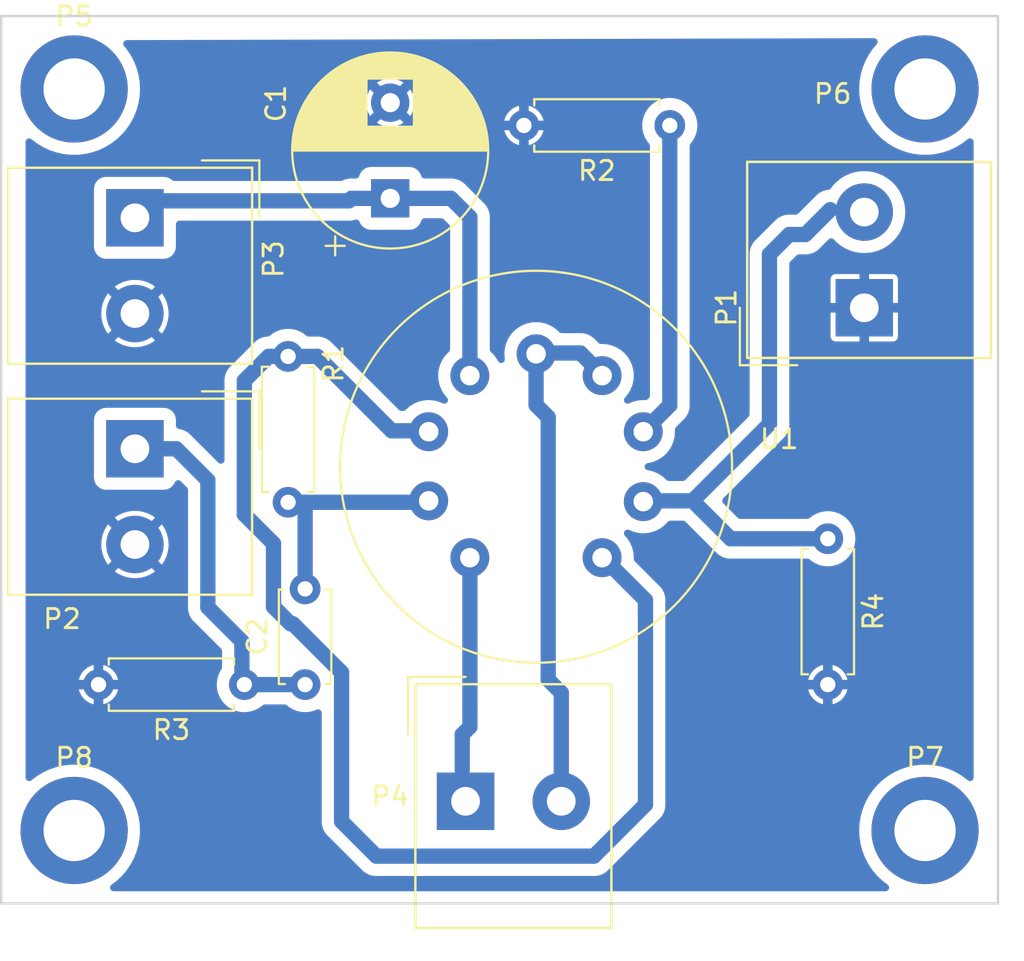
<source format=kicad_pcb>
(kicad_pcb (version 20210228) (generator pcbnew)
  (layers (0 "F.Cu" signal "top_cu") (31 "B.Cu" signal "bottom_cu") (34 "B.Paste" user) (35 "F.Paste" user) (36 "B.SilkS" user "B.Silkscreen") (37 "F.SilkS" user "F.Silkscreen") (38 "B.Mask" user) (39 "F.Mask" user) (44 "Edge.Cuts" user))
  (net 0 "")
  (net 1 "GND")
  (net 2 "Net-(C1-Pad1)")
  (net 3 "Net-(C2-Pad1)")
  (net 4 "Net-(C2-Pad2)")
  (net 5 "Net-(P1-Pad2)")
  (net 6 "Net-(P4-Pad1)")
  (net 7 "Net-(P4-Pad2)")
  (net 8 "Net-(R1-Pad1)")
  (net 9 "Net-(R2-Pad1)")
  (footprint "Capacitor_THT:CP_Radial_D10.0mm_P5.00mm" (layer "F.Cu") (at 141.605 99.695 90)
    (fp_text reference "C1" (at 4.953 -5.969 90) (layer "F.SilkS"))
    (fp_text value "10uF")
    (fp_line (start 4.101 1.241) (end 4.101 4.824) (layer "F.SilkS") (width 0.12))
    (fp_line (start 5.061 1.241) (end 5.061 4.395) (layer "F.SilkS") (width 0.12))
    (fp_line (start 7.381 -1.51) (end 7.381 1.51) (layer "F.SilkS") (width 0.12))
    (fp_line (start 5.381 1.241) (end 5.381 4.194) (layer "F.SilkS") (width 0.12))
    (fp_line (start 7.101 -2.209) (end 7.101 2.209) (layer "F.SilkS") (width 0.12))
    (fp_line (start 6.221 1.241) (end 6.221 3.478) (layer "F.SilkS") (width 0.12))
    (fp_line (start 4.581 1.241) (end 4.581 4.639) (layer "F.SilkS") (width 0.12))
    (fp_line (start 4.821 1.241) (end 4.821 4.525) (layer "F.SilkS") (width 0.12))
    (fp_line (start -2.479646 -3.375) (end -2.479646 -2.375) (layer "F.SilkS") (width 0.12))
    (fp_line (start 4.301 1.241) (end 4.301 4.754) (layer "F.SilkS") (width 0.12))
    (fp_line (start 5.661 -3.989) (end 5.661 -1.241) (layer "F.SilkS") (width 0.12))
    (fp_line (start 7.341 -1.63) (end 7.341 1.63) (layer "F.SilkS") (width 0.12))
    (fp_line (start 6.061 1.241) (end 6.061 3.64) (layer "F.SilkS") (width 0.12))
    (fp_line (start 5.701 -3.957) (end 5.701 -1.241) (layer "F.SilkS") (width 0.12))
    (fp_line (start 5.621 1.241) (end 5.621 4.02) (layer "F.SilkS") (width 0.12))
    (fp_line (start 5.981 -3.716) (end 5.981 -1.241) (layer "F.SilkS") (width 0.12))
    (fp_line (start 6.461 -3.206) (end 6.461 3.206) (layer "F.SilkS") (width 0.12))
    (fp_line (start 5.301 -4.247) (end 5.301 -1.241) (layer "F.SilkS") (width 0.12))
    (fp_line (start 6.101 -3.601) (end 6.101 -1.241) (layer "F.SilkS") (width 0.12))
    (fp_line (start 6.861 -2.645) (end 6.861 2.645) (layer "F.SilkS") (width 0.12))
    (fp_line (start 6.421 -3.254) (end 6.421 3.254) (layer "F.SilkS") (width 0.12))
    (fp_line (start 2.66 -5.078) (end 2.66 5.078) (layer "F.SilkS") (width 0.12))
    (fp_line (start 4.501 -4.674) (end 4.501 -1.241) (layer "F.SilkS") (width 0.12))
    (fp_line (start 3.06 -5.05) (end 3.06 5.05) (layer "F.SilkS") (width 0.12))
    (fp_line (start 5.141 -4.347) (end 5.141 -1.241) (layer "F.SilkS") (width 0.12))
    (fp_line (start 5.021 -4.417) (end 5.021 -1.241) (layer "F.SilkS") (width 0.12))
    (fp_line (start 5.021 1.241) (end 5.021 4.417) (layer "F.SilkS") (width 0.12))
    (fp_line (start 3.261 -5.024) (end 3.261 5.024) (layer "F.SilkS") (width 0.12))
    (fp_line (start 6.821 -2.709) (end 6.821 2.709) (layer "F.SilkS") (width 0.12))
    (fp_line (start 3.18 -5.035) (end 3.18 5.035) (layer "F.SilkS") (width 0.12))
    (fp_line (start 7.181 -2.037) (end 7.181 2.037) (layer "F.SilkS") (width 0.12))
    (fp_line (start 5.261 1.241) (end 5.261 4.273) (layer "F.SilkS") (width 0.12))
    (fp_line (start 5.861 -3.824) (end 5.861 -1.241) (layer "F.SilkS") (width 0.12))
    (fp_line (start 3.781 1.241) (end 3.781 4.918) (layer "F.SilkS") (width 0.12))
    (fp_line (start 2.94 -5.062) (end 2.94 5.062) (layer "F.SilkS") (width 0.12))
    (fp_line (start 3.1 -5.045) (end 3.1 5.045) (layer "F.SilkS") (width 0.12))
    (fp_line (start 4.501 1.241) (end 4.501 4.674) (layer "F.SilkS") (width 0.12))
    (fp_line (start -2.979646 -2.875) (end -1.979646 -2.875) (layer "F.SilkS") (width 0.12))
    (fp_line (start 7.021 -2.365) (end 7.021 2.365) (layer "F.SilkS") (width 0.12))
    (fp_line (start 5.661 1.241) (end 5.661 3.989) (layer "F.SilkS") (width 0.12))
    (fp_line (start 6.621 -3) (end 6.621 3) (layer "F.SilkS") (width 0.12))
    (fp_line (start 4.421 1.241) (end 4.421 4.707) (layer "F.SilkS") (width 0.12))
    (fp_line (start 2.9 -5.065) (end 2.9 5.065) (layer "F.SilkS") (width 0.12))
    (fp_line (start 2.62 -5.079) (end 2.62 5.079) (layer "F.SilkS") (width 0.12))
    (fp_line (start 4.901 -4.483) (end 4.901 -1.241) (layer "F.SilkS") (width 0.12))
    (fp_line (start 3.301 -5.018) (end 3.301 5.018) (layer "F.SilkS") (width 0.12))
    (fp_line (start 5.221 1.241) (end 5.221 4.298) (layer "F.SilkS") (width 0.12))
    (fp_line (start 6.181 1.241) (end 6.181 3.52) (layer "F.SilkS") (width 0.12))
    (fp_line (start 7.141 -2.125) (end 7.141 2.125) (layer "F.SilkS") (width 0.12))
    (fp_line (start 4.941 1.241) (end 4.941 4.462) (layer "F.SilkS") (width 0.12))
    (fp_line (start 5.741 1.241) (end 5.741 3.925) (layer "F.SilkS") (width 0.12))
    (fp_line (start 5.621 -4.02) (end 5.621 -1.241) (layer "F.SilkS") (width 0.12))
    (fp_line (start 7.261 -1.846) (end 7.261 1.846) (layer "F.SilkS") (width 0.12))
    (fp_line (start 6.901 -2.579) (end 6.901 2.579) (layer "F.SilkS") (width 0.12))
    (fp_line (start 5.261 -4.273) (end 5.261 -1.241) (layer "F.SilkS") (width 0.12))
    (fp_line (start 4.341 -4.738) (end 4.341 -1.241) (layer "F.SilkS") (width 0.12))
    (fp_line (start 4.821 -4.525) (end 4.821 -1.241) (layer "F.SilkS") (width 0.12))
    (fp_line (start 6.021 1.241) (end 6.021 3.679) (layer "F.SilkS") (width 0.12))
    (fp_line (start 4.061 1.241) (end 4.061 4.837) (layer "F.SilkS") (width 0.12))
    (fp_line (start 5.101 -4.371) (end 5.101 -1.241) (layer "F.SilkS") (width 0.12))
    (fp_line (start 6.181 -3.52) (end 6.181 -1.241) (layer "F.SilkS") (width 0.12))
    (fp_line (start 6.141 -3.561) (end 6.141 -1.241) (layer "F.SilkS") (width 0.12))
    (fp_line (start 3.941 -4.874) (end 3.941 -1.241) (layer "F.SilkS") (width 0.12))
    (fp_line (start 7.501 -1.062) (end 7.501 1.062) (layer "F.SilkS") (width 0.12))
    (fp_line (start 6.701 -2.889) (end 6.701 2.889) (layer "F.SilkS") (width 0.12))
    (fp_line (start 5.901 -3.789) (end 5.901 -1.241) (layer "F.SilkS") (width 0.12))
    (fp_line (start 2.58 -5.08) (end 2.58 5.08) (layer "F.SilkS") (width 0.12))
    (fp_line (start 6.941 -2.51) (end 6.941 2.51) (layer "F.SilkS") (width 0.12))
    (fp_line (start 4.141 1.241) (end 4.141 4.811) (layer "F.SilkS") (width 0.12))
    (fp_line (start 5.181 -4.323) (end 5.181 -1.241) (layer "F.SilkS") (width 0.12))
    (fp_line (start 4.661 -4.603) (end 4.661 -1.241) (layer "F.SilkS") (width 0.12))
    (fp_line (start 2.82 -5.07) (end 2.82 5.07) (layer "F.SilkS") (width 0.12))
    (fp_line (start 4.221 -4.783) (end 4.221 -1.241) (layer "F.SilkS") (width 0.12))
    (fp_line (start 4.381 1.241) (end 4.381 4.723) (layer "F.SilkS") (width 0.12))
    (fp_line (start 4.621 1.241) (end 4.621 4.621) (layer "F.SilkS") (width 0.12))
    (fp_line (start 4.701 1.241) (end 4.701 4.584) (layer "F.SilkS") (width 0.12))
    (fp_line (start 2.86 -5.068) (end 2.86 5.068) (layer "F.SilkS") (width 0.12))
    (fp_line (start 4.741 1.241) (end 4.741 4.564) (layer "F.SilkS") (width 0.12))
    (fp_line (start 4.421 -4.707) (end 4.421 -1.241) (layer "F.SilkS") (width 0.12))
    (fp_line (start 3.02 -5.054) (end 3.02 5.054) (layer "F.SilkS") (width 0.12))
    (fp_line (start 5.581 -4.05) (end 5.581 -1.241) (layer "F.SilkS") (width 0.12))
    (fp_line (start 5.341 -4.221) (end 5.341 -1.241) (layer "F.SilkS") (width 0.12))
    (fp_line (start 4.341 1.241) (end 4.341 4.738) (layer "F.SilkS") (width 0.12))
    (fp_line (start 4.141 -4.811) (end 4.141 -1.241) (layer "F.SilkS") (width 0.12))
    (fp_line (start 4.221 1.241) (end 4.221 4.783) (layer "F.SilkS") (width 0.12))
    (fp_line (start 4.461 -4.69) (end 4.461 -1.241) (layer "F.SilkS") (width 0.12))
    (fp_line (start 4.461 1.241) (end 4.461 4.69) (layer "F.SilkS") (width 0.12))
    (fp_line (start 7.421 -1.378) (end 7.421 1.378) (layer "F.SilkS") (width 0.12))
    (fp_line (start 6.501 -3.156) (end 6.501 3.156) (layer "F.SilkS") (width 0.12))
    (fp_line (start 3.901 1.241) (end 3.901 4.885) (layer "F.SilkS") (width 0.12))
    (fp_line (start 2.5 -5.08) (end 2.5 5.08) (layer "F.SilkS") (width 0.12))
    (fp_line (start 6.261 -3.436) (end 6.261 3.436) (layer "F.SilkS") (width 0.12))
    (fp_line (start 5.541 1.241) (end 5.541 4.08) (layer "F.SilkS") (width 0.12))
    (fp_line (start 5.141 1.241) (end 5.141 4.347) (layer "F.SilkS") (width 0.12))
    (fp_line (start 3.941 1.241) (end 3.941 4.874) (layer "F.SilkS") (width 0.12))
    (fp_line (start 7.301 -1.742) (end 7.301 1.742) (layer "F.SilkS") (width 0.12))
    (fp_line (start 3.981 -4.862) (end 3.981 -1.241) (layer "F.SilkS") (width 0.12))
    (fp_line (start 3.701 -4.938) (end 3.701 4.938) (layer "F.SilkS") (width 0.12))
    (fp_line (start 6.381 -3.301) (end 6.381 3.301) (layer "F.SilkS") (width 0.12))
    (fp_line (start 4.541 1.241) (end 4.541 4.657) (layer "F.SilkS") (width 0.12))
    (fp_line (start 4.021 -4.85) (end 4.021 -1.241) (layer "F.SilkS") (width 0.12))
    (fp_line (start 3.421 -4.997) (end 3.421 4.997) (layer "F.SilkS") (width 0.12))
    (fp_line (start 4.021 1.241) (end 4.021 4.85) (layer "F.SilkS") (width 0.12))
    (fp_line (start 2.78 -5.073) (end 2.78 5.073) (layer "F.SilkS") (width 0.12))
    (fp_line (start 5.461 1.241) (end 5.461 4.138) (layer "F.SilkS") (width 0.12))
    (fp_line (start 5.901 1.241) (end 5.901 3.789) (layer "F.SilkS") (width 0.12))
    (fp_line (start 4.381 -4.723) (end 4.381 -1.241) (layer "F.SilkS") (width 0.12))
    (fp_line (start 6.661 -2.945) (end 6.661 2.945) (layer "F.SilkS") (width 0.12))
    (fp_line (start 5.421 1.241) (end 5.421 4.166) (layer "F.SilkS") (width 0.12))
    (fp_line (start 4.941 -4.462) (end 4.941 -1.241) (layer "F.SilkS") (width 0.12))
    (fp_line (start 7.541 -0.862) (end 7.541 0.862) (layer "F.SilkS") (width 0.12))
    (fp_line (start 6.981 -2.439) (end 6.981 2.439) (layer "F.SilkS") (width 0.12))
    (fp_line (start 3.221 -5.03) (end 3.221 5.03) (layer "F.SilkS") (width 0.12))
    (fp_line (start 4.861 1.241) (end 4.861 4.504) (layer "F.SilkS") (width 0.12))
    (fp_line (start 6.301 -3.392) (end 6.301 3.392) (layer "F.SilkS") (width 0.12))
    (fp_line (start 2.74 -5.075) (end 2.74 5.075) (layer "F.SilkS") (width 0.12))
    (fp_line (start 4.301 -4.754) (end 4.301 -1.241) (layer "F.SilkS") (width 0.12))
    (fp_line (start 6.061 -3.64) (end 6.061 -1.241) (layer "F.SilkS") (width 0.12))
    (fp_line (start 6.781 -2.77) (end 6.781 2.77) (layer "F.SilkS") (width 0.12))
    (fp_line (start 5.861 1.241) (end 5.861 3.824) (layer "F.SilkS") (width 0.12))
    (fp_line (start 3.901 -4.885) (end 3.901 -1.241) (layer "F.SilkS") (width 0.12))
    (fp_line (start 5.941 -3.753) (end 5.941 -1.241) (layer "F.SilkS") (width 0.12))
    (fp_line (start 4.981 1.241) (end 4.981 4.44) (layer "F.SilkS") (width 0.12))
    (fp_line (start 4.541 -4.657) (end 4.541 -1.241) (layer "F.SilkS") (width 0.12))
    (fp_line (start 2.54 -5.08) (end 2.54 5.08) (layer "F.SilkS") (width 0.12))
    (fp_line (start 7.061 -2.289) (end 7.061 2.289) (layer "F.SilkS") (width 0.12))
    (fp_line (start 4.101 -4.824) (end 4.101 -1.241) (layer "F.SilkS") (width 0.12))
    (fp_line (start 5.981 1.241) (end 5.981 3.716) (layer "F.SilkS") (width 0.12))
    (fp_line (start 3.781 -4.918) (end 3.781 -1.241) (layer "F.SilkS") (width 0.12))
    (fp_line (start 3.821 -4.907) (end 3.821 -1.241) (layer "F.SilkS") (width 0.12))
    (fp_line (start 3.861 -4.897) (end 3.861 -1.241) (layer "F.SilkS") (width 0.12))
    (fp_line (start 5.581 1.241) (end 5.581 4.05) (layer "F.SilkS") (width 0.12))
    (fp_line (start 6.101 1.241) (end 6.101 3.601) (layer "F.SilkS") (width 0.12))
    (fp_line (start 4.661 1.241) (end 4.661 4.603) (layer "F.SilkS") (width 0.12))
    (fp_line (start 4.261 -4.768) (end 4.261 -1.241) (layer "F.SilkS") (width 0.12))
    (fp_line (start 4.581 -4.639) (end 4.581 -1.241) (layer "F.SilkS") (width 0.12))
    (fp_line (start 6.741 -2.83) (end 6.741 2.83) (layer "F.SilkS") (width 0.12))
    (fp_line (start 3.981 1.241) (end 3.981 4.862) (layer "F.SilkS") (width 0.12))
    (fp_line (start 4.701 -4.584) (end 4.701 -1.241) (layer "F.SilkS") (width 0.12))
    (fp_line (start 5.821 -3.858) (end 5.821 -1.241) (layer "F.SilkS") (width 0.12))
    (fp_line (start 2.98 -5.058) (end 2.98 5.058) (layer "F.SilkS") (width 0.12))
    (fp_line (start 3.341 -5.011) (end 3.341 5.011) (layer "F.SilkS") (width 0.12))
    (fp_line (start 4.861 -4.504) (end 4.861 -1.241) (layer "F.SilkS") (width 0.12))
    (fp_line (start 6.021 -3.679) (end 6.021 -1.241) (layer "F.SilkS") (width 0.12))
    (fp_line (start 6.341 -3.347) (end 6.341 3.347) (layer "F.SilkS") (width 0.12))
    (fp_line (start 5.781 -3.892) (end 5.781 -1.241) (layer "F.SilkS") (width 0.12))
    (fp_line (start 4.781 1.241) (end 4.781 4.545) (layer "F.SilkS") (width 0.12))
    (fp_line (start 6.221 -3.478) (end 6.221 -1.241) (layer "F.SilkS") (width 0.12))
    (fp_line (start 4.781 -4.545) (end 4.781 -1.241) (layer "F.SilkS") (width 0.12))
    (fp_line (start 4.181 -4.797) (end 4.181 -1.241) (layer "F.SilkS") (width 0.12))
    (fp_line (start 7.581 -0.599) (end 7.581 0.599) (layer "F.SilkS") (width 0.12))
    (fp_line (start 3.541 -4.974) (end 3.541 4.974) (layer "F.SilkS") (width 0.12))
    (fp_line (start 2.7 -5.077) (end 2.7 5.077) (layer "F.SilkS") (width 0.12))
    (fp_line (start 5.501 -4.11) (end 5.501 -1.241) (layer "F.SilkS") (width 0.12))
    (fp_line (start 5.501 1.241) (end 5.501 4.11) (layer "F.SilkS") (width 0.12))
    (fp_line (start 5.101 1.241) (end 5.101 4.371) (layer "F.SilkS") (width 0.12))
    (fp_line (start 4.981 -4.44) (end 4.981 -1.241) (layer "F.SilkS") (width 0.12))
    (fp_line (start 5.741 -3.925) (end 5.741 -1.241) (layer "F.SilkS") (width 0.12))
    (fp_line (start 5.381 -4.194) (end 5.381 -1.241) (layer "F.SilkS") (width 0.12))
    (fp_line (start 3.381 -5.004) (end 3.381 5.004) (layer "F.SilkS") (width 0.12))
    (fp_line (start 3.741 -4.928) (end 3.741 4.928) (layer "F.SilkS") (width 0.12))
    (fp_line (start 6.581 -3.054) (end 6.581 3.054) (layer "F.SilkS") (width 0.12))
    (fp_line (start 3.461 -4.99) (end 3.461 4.99) (layer "F.SilkS") (width 0.12))
    (fp_line (start 5.301 1.241) (end 5.301 4.247) (layer "F.SilkS") (width 0.12))
    (fp_line (start 6.541 -3.106) (end 6.541 3.106) (layer "F.SilkS") (width 0.12))
    (fp_line (start 5.221 -4.298) (end 5.221 -1.241) (layer "F.SilkS") (width 0.12))
    (fp_line (start 5.821 1.241) (end 5.821 3.858) (layer "F.SilkS") (width 0.12))
    (fp_line (start 4.901 1.241) (end 4.901 4.483) (layer "F.SilkS") (width 0.12))
    (fp_line (start 4.181 1.241) (end 4.181 4.797) (layer "F.SilkS") (width 0.12))
    (fp_line (start 3.621 -4.956) (end 3.621 4.956) (layer "F.SilkS") (width 0.12))
    (fp_line (start 5.701 1.241) (end 5.701 3.957) (layer "F.SilkS") (width 0.12))
    (fp_line (start 3.14 -5.04) (end 3.14 5.04) (layer "F.SilkS") (width 0.12))
    (fp_line (start 5.781 1.241) (end 5.781 3.892) (layer "F.SilkS") (width 0.12))
    (fp_line (start 5.421 -4.166) (end 5.421 -1.241) (layer "F.SilkS") (width 0.12))
    (fp_line (start 3.661 -4.947) (end 3.661 4.947) (layer "F.SilkS") (width 0.12))
    (fp_line (start 3.861 1.241) (end 3.861 4.897) (layer "F.SilkS") (width 0.12))
    (fp_line (start 7.221 -1.944) (end 7.221 1.944) (layer "F.SilkS") (width 0.12))
    (fp_line (start 5.461 -4.138) (end 5.461 -1.241) (layer "F.SilkS") (width 0.12))
    (fp_line (start 7.461 -1.23) (end 7.461 1.23) (layer "F.SilkS") (width 0.12))
    (fp_line (start 4.061 -4.837) (end 4.061 -1.241) (layer "F.SilkS") (width 0.12))
    (fp_line (start 5.541 -4.08) (end 5.541 -1.241) (layer "F.SilkS") (width 0.12))
    (fp_line (start 5.341 1.241) (end 5.341 4.221) (layer "F.SilkS") (width 0.12))
    (fp_line (start 3.581 -4.965) (end 3.581 4.965) (layer "F.SilkS") (width 0.12))
    (fp_line (start 5.061 -4.395) (end 5.061 -1.241) (layer "F.SilkS") (width 0.12))
    (fp_line (start 6.141 1.241) (end 6.141 3.561) (layer "F.SilkS") (width 0.12))
    (fp_line (start 5.181 1.241) (end 5.181 4.323) (layer "F.SilkS") (width 0.12))
    (fp_line (start 3.501 -4.982) (end 3.501 4.982) (layer "F.SilkS") (width 0.12))
    (fp_line (start 3.821 1.241) (end 3.821 4.907) (layer "F.SilkS") (width 0.12))
    (fp_line (start 4.741 -4.564) (end 4.741 -1.241) (layer "F.SilkS") (width 0.12))
    (fp_line (start 4.261 1.241) (end 4.261 4.768) (layer "F.SilkS") (width 0.12))
    (fp_line (start 4.621 -4.621) (end 4.621 -1.241) (layer "F.SilkS") (width 0.12))
    (fp_line (start 5.941 1.241) (end 5.941 3.753) (layer "F.SilkS") (width 0.12))
    (fp_circle (center 2.5 0) (end 7.62 0) (layer "F.SilkS") (width 0.12) (fill none))
    (pad "1" thru_hole rect (at 0 0 90) (size 2 2) (drill 1) (layers *.Cu *.Mask) (net 2 "Net-(C1-Pad1)"))
    (pad "2" thru_hole circle (at 5 0 90) (size 2 2) (drill 1) (layers *.Cu *.Mask) (net 1 "GND"))
  )
  (footprint "Capacitor_THT:C_Disc_D4.7mm_W2.5mm_P5.00mm" (layer "F.Cu") (at 137.16 125.095 90)
    (fp_text reference "C2" (at 2.5 -2.5 90) (layer "F.SilkS"))
    (fp_text value "680nF")
    (fp_line (start 0.03 1.055) (end 0.03 1.37) (layer "F.SilkS") (width 0.12))
    (fp_line (start 0.03 -1.37) (end 0.03 -1.055) (layer "F.SilkS") (width 0.12))
    (fp_line (start 4.97 -1.37) (end 4.97 -1.055) (layer "F.SilkS") (width 0.12))
    (fp_line (start 4.97 1.055) (end 4.97 1.37) (layer "F.SilkS") (width 0.12))
    (fp_line (start 0.03 1.37) (end 4.97 1.37) (layer "F.SilkS") (width 0.12))
    (fp_line (start 0.03 -1.37) (end 4.97 -1.37) (layer "F.SilkS") (width 0.12))
    (pad "1" thru_hole circle (at 0 0 90) (size 1.6 1.6) (drill 0.8) (layers *.Cu *.Mask) (net 3 "Net-(C2-Pad1)"))
    (pad "2" thru_hole circle (at 5 0 90) (size 1.6 1.6) (drill 0.8) (layers *.Cu *.Mask) (net 4 "Net-(C2-Pad2)"))
  )
  (footprint "MountingHole:MountingHole_3.2mm_M3_DIN965_Pad" (layer "F.Cu") (at 125.095 93.98)
    (fp_text reference "P5" (at 0 -3.8) (layer "F.SilkS"))
    (fp_text value "MOUNTING_HOLE")
    (pad "1" thru_hole circle (at 0 0) (size 5.6 5.6) (drill 3.2) (layers *.Cu *.Mask))
  )
  (footprint "MountingHole:MountingHole_3.2mm_M3_DIN965_Pad" (layer "F.Cu") (at 169.545 93.98)
    (fp_text reference "P6" (at -4.826 0.254) (layer "F.SilkS"))
    (fp_text value "MOUNTING_HOLE")
    (pad "1" thru_hole circle (at 0 0) (size 5.6 5.6) (drill 3.2) (layers *.Cu *.Mask))
  )
  (footprint "MountingHole:MountingHole_3.2mm_M3_DIN965_Pad" (layer "F.Cu") (at 169.545 132.715)
    (fp_text reference "P7" (at 0 -3.8) (layer "F.SilkS"))
    (fp_text value "MOUNTING_HOLE")
    (pad "1" thru_hole circle (at 0 0) (size 5.6 5.6) (drill 3.2) (layers *.Cu *.Mask))
  )
  (footprint "Resistor_THT:R_Axial_DIN0207_L6.3mm_D2.5mm_P7.62mm_Horizontal" (layer "F.Cu") (at 136.271 107.95 -90)
    (fp_text reference "R1" (at 0.381 -2.37 90) (layer "F.SilkS"))
    (fp_text value "1.5K")
    (fp_line (start 7.08 -1.37) (end 7.08 -1.04) (layer "F.SilkS") (width 0.12))
    (fp_line (start 0.54 -1.37) (end 7.08 -1.37) (layer "F.SilkS") (width 0.12))
    (fp_line (start 0.54 1.04) (end 0.54 1.37) (layer "F.SilkS") (width 0.12))
    (fp_line (start 0.54 1.37) (end 7.08 1.37) (layer "F.SilkS") (width 0.12))
    (fp_line (start 7.08 1.37) (end 7.08 1.04) (layer "F.SilkS") (width 0.12))
    (fp_line (start 0.54 -1.04) (end 0.54 -1.37) (layer "F.SilkS") (width 0.12))
    (pad "1" thru_hole circle (at 0 0 270) (size 1.6 1.6) (drill 0.8) (layers *.Cu *.Mask) (net 8 "Net-(R1-Pad1)"))
    (pad "2" thru_hole oval (at 7.62 0 270) (size 1.6 1.6) (drill 0.8) (layers *.Cu *.Mask) (net 4 "Net-(C2-Pad2)"))
  )
  (footprint "Resistor_THT:R_Axial_DIN0207_L6.3mm_D2.5mm_P7.62mm_Horizontal" (layer "F.Cu") (at 156.21 95.885 180)
    (fp_text reference "R2" (at 3.81 -2.37) (layer "F.SilkS"))
    (fp_text value "1.5K")
    (fp_line (start 7.08 1.37) (end 7.08 1.04) (layer "F.SilkS") (width 0.12))
    (fp_line (start 0.54 -1.37) (end 7.08 -1.37) (layer "F.SilkS") (width 0.12))
    (fp_line (start 0.54 1.37) (end 7.08 1.37) (layer "F.SilkS") (width 0.12))
    (fp_line (start 0.54 1.04) (end 0.54 1.37) (layer "F.SilkS") (width 0.12))
    (fp_line (start 7.08 -1.37) (end 7.08 -1.04) (layer "F.SilkS") (width 0.12))
    (fp_line (start 0.54 -1.04) (end 0.54 -1.37) (layer "F.SilkS") (width 0.12))
    (pad "1" thru_hole circle (at 0 0 180) (size 1.6 1.6) (drill 0.8) (layers *.Cu *.Mask) (net 9 "Net-(R2-Pad1)"))
    (pad "2" thru_hole oval (at 7.62 0 180) (size 1.6 1.6) (drill 0.8) (layers *.Cu *.Mask) (net 1 "GND"))
  )
  (footprint "Resistor_THT:R_Axial_DIN0207_L6.3mm_D2.5mm_P7.62mm_Horizontal" (layer "F.Cu") (at 164.465 117.475 -90)
    (fp_text reference "R4" (at 3.81 -2.37 90) (layer "F.SilkS"))
    (fp_text value "47K")
    (fp_line (start 0.54 1.37) (end 7.08 1.37) (layer "F.SilkS") (width 0.12))
    (fp_line (start 7.08 1.37) (end 7.08 1.04) (layer "F.SilkS") (width 0.12))
    (fp_line (start 0.54 -1.37) (end 7.08 -1.37) (layer "F.SilkS") (width 0.12))
    (fp_line (start 7.08 -1.37) (end 7.08 -1.04) (layer "F.SilkS") (width 0.12))
    (fp_line (start 0.54 -1.04) (end 0.54 -1.37) (layer "F.SilkS") (width 0.12))
    (fp_line (start 0.54 1.04) (end 0.54 1.37) (layer "F.SilkS") (width 0.12))
    (pad "1" thru_hole circle (at 0 0 270) (size 1.6 1.6) (drill 0.8) (layers *.Cu *.Mask) (net 5 "Net-(P1-Pad2)"))
    (pad "2" thru_hole oval (at 7.62 0 270) (size 1.6 1.6) (drill 0.8) (layers *.Cu *.Mask) (net 1 "GND"))
  )
  (footprint "TerminalBlock_Altech:Altech_AK300_1x02_P5.00mm_45-Degree" (layer "F.Cu") (at 128.27 112.776 -90)
    (fp_text reference "P2" (at 8.89 3.81 180) (layer "F.SilkS"))
    (fp_text value "OUT")
    (fp_line (start -3 -6.5) (end 0 -6.5) (layer "F.SilkS") (width 0.12))
    (fp_line (start -2.62 -6.12) (end -2.62 6.62) (layer "F.SilkS") (width 0.12))
    (fp_line (start -2.62 6.62) (end 7.62 6.62) (layer "F.SilkS") (width 0.12))
    (fp_line (start -2.62 -6.12) (end 7.62 -6.12) (layer "F.SilkS") (width 0.12))
    (fp_line (start -2.62 -6.12) (end 7.62 -6.12) (layer "F.SilkS") (width 0.12))
    (fp_line (start -2.62 -6.12) (end -2.62 6.62) (layer "F.SilkS") (width 0.12))
    (fp_line (start 7.62 -6.12) (end 7.62 6.62) (layer "F.SilkS") (width 0.12))
    (fp_line (start 7.62 -6.12) (end 7.62 6.62) (layer "F.SilkS") (width 0.12))
    (fp_line (start -2.62 6.62) (end 7.62 6.62) (layer "F.SilkS") (width 0.12))
    (fp_line (start -3 -3.5) (end -3 -6.5) (layer "F.SilkS") (width 0.12))
    (pad "1" thru_hole rect (at 0 0 270) (size 3 3) (drill 1.5) (layers *.Cu *.Mask) (net 3 "Net-(C2-Pad1)"))
    (pad "2" thru_hole circle (at 5 0 270) (size 3 3) (drill 1.5) (layers *.Cu *.Mask) (net 1 "GND"))
  )
  (footprint "TerminalBlock_Altech:Altech_AK300_1x02_P5.00mm_45-Degree" (layer "F.Cu") (at 128.27 100.711 -90)
    (fp_text reference "P3" (at 2.159 -7.239 90) (layer "F.SilkS"))
    (fp_text value "POWER")
    (fp_line (start -2.62 -6.12) (end 7.62 -6.12) (layer "F.SilkS") (width 0.12))
    (fp_line (start -2.62 6.62) (end 7.62 6.62) (layer "F.SilkS") (width 0.12))
    (fp_line (start -3 -3.5) (end -3 -6.5) (layer "F.SilkS") (width 0.12))
    (fp_line (start -2.62 -6.12) (end -2.62 6.62) (layer "F.SilkS") (width 0.12))
    (fp_line (start 7.62 -6.12) (end 7.62 6.62) (layer "F.SilkS") (width 0.12))
    (fp_line (start -2.62 -6.12) (end -2.62 6.62) (layer "F.SilkS") (width 0.12))
    (fp_line (start -2.62 -6.12) (end 7.62 -6.12) (layer "F.SilkS") (width 0.12))
    (fp_line (start -2.62 6.62) (end 7.62 6.62) (layer "F.SilkS") (width 0.12))
    (fp_line (start -3 -6.5) (end 0 -6.5) (layer "F.SilkS") (width 0.12))
    (fp_line (start 7.62 -6.12) (end 7.62 6.62) (layer "F.SilkS") (width 0.12))
    (pad "1" thru_hole rect (at 0 0 270) (size 3 3) (drill 1.5) (layers *.Cu *.Mask) (net 2 "Net-(C1-Pad1)"))
    (pad "2" thru_hole circle (at 5 0 270) (size 3 3) (drill 1.5) (layers *.Cu *.Mask) (net 1 "GND"))
  )
  (footprint "TerminalBlock_Altech:Altech_AK300_1x02_P5.00mm_45-Degree" (layer "F.Cu") (at 145.542 131.191)
    (fp_text reference "P4" (at -3.937 -0.254) (layer "F.SilkS"))
    (fp_text value "CONN_2")
    (fp_line (start -2.62 6.62) (end 7.62 6.62) (layer "F.SilkS") (width 0.12))
    (fp_line (start -2.62 -6.12) (end -2.62 6.62) (layer "F.SilkS") (width 0.12))
    (fp_line (start -3 -6.5) (end 0 -6.5) (layer "F.SilkS") (width 0.12))
    (fp_line (start -2.62 -6.12) (end -2.62 6.62) (layer "F.SilkS") (width 0.12))
    (fp_line (start 7.62 -6.12) (end 7.62 6.62) (layer "F.SilkS") (width 0.12))
    (fp_line (start 7.62 -6.12) (end 7.62 6.62) (layer "F.SilkS") (width 0.12))
    (fp_line (start -2.62 6.62) (end 7.62 6.62) (layer "F.SilkS") (width 0.12))
    (fp_line (start -2.62 -6.12) (end 7.62 -6.12) (layer "F.SilkS") (width 0.12))
    (fp_line (start -2.62 -6.12) (end 7.62 -6.12) (layer "F.SilkS") (width 0.12))
    (fp_line (start -3 -3.5) (end -3 -6.5) (layer "F.SilkS") (width 0.12))
    (pad "1" thru_hole rect (at 0 0) (size 3 3) (drill 1.5) (layers *.Cu *.Mask) (net 6 "Net-(P4-Pad1)"))
    (pad "2" thru_hole circle (at 5 0) (size 3 3) (drill 1.5) (layers *.Cu *.Mask) (net 7 "Net-(P4-Pad2)"))
  )
  (footprint "Resistor_THT:R_Axial_DIN0207_L6.3mm_D2.5mm_P7.62mm_Horizontal" (layer "F.Cu") (at 133.985 125.095 180)
    (fp_text reference "R3" (at 3.81 -2.37) (layer "F.SilkS"))
    (fp_text value "100K")
    (fp_line (start 0.54 1.04) (end 0.54 1.37) (layer "F.SilkS") (width 0.12))
    (fp_line (start 0.54 -1.37) (end 7.08 -1.37) (layer "F.SilkS") (width 0.12))
    (fp_line (start 0.54 -1.04) (end 0.54 -1.37) (layer "F.SilkS") (width 0.12))
    (fp_line (start 0.54 1.37) (end 7.08 1.37) (layer "F.SilkS") (width 0.12))
    (fp_line (start 7.08 1.37) (end 7.08 1.04) (layer "F.SilkS") (width 0.12))
    (fp_line (start 7.08 -1.37) (end 7.08 -1.04) (layer "F.SilkS") (width 0.12))
    (pad "1" thru_hole circle (at 0 0 180) (size 1.6 1.6) (drill 0.8) (layers *.Cu *.Mask) (net 3 "Net-(C2-Pad1)"))
    (pad "2" thru_hole oval (at 7.62 0 180) (size 1.6 1.6) (drill 0.8) (layers *.Cu *.Mask) (net 1 "GND"))
  )
  (footprint "Valve:Valve_ECC-83-1" (layer "F.Cu") (at 149.225 113.665)
    (fp_text reference "U1" (at 12.7 -1.397) (layer "F.SilkS"))
    (fp_text value "ECC83")
    (fp_circle (center 0 0.05) (end 10.16 1.32) (layer "F.SilkS") (width 0.12) (fill none))
    (pad "1" thru_hole circle (at 3.45 4.8) (size 2.03 2.03) (drill 1.02) (layers *.Cu *.Mask) (net 8 "Net-(R1-Pad1)"))
    (pad "2" thru_hole circle (at 5.6 1.87) (size 2.03 2.03) (drill 1.02) (layers *.Cu *.Mask) (net 5 "Net-(P1-Pad2)"))
    (pad "3" thru_hole circle (at 5.6 -1.78) (size 2.03 2.03) (drill 1.02) (layers *.Cu *.Mask) (net 9 "Net-(R2-Pad1)"))
    (pad "4" thru_hole circle (at 3.45 -4.71) (size 2.03 2.03) (drill 1.02) (layers *.Cu *.Mask) (net 7 "Net-(P4-Pad2)"))
    (pad "5" thru_hole circle (at 0 -5.85) (size 2.03 2.03) (drill 1.02) (layers *.Cu *.Mask) (net 7 "Net-(P4-Pad2)"))
    (pad "6" thru_hole circle (at -3.46 -4.71) (size 2.03 2.03) (drill 1.02) (layers *.Cu *.Mask) (net 2 "Net-(C1-Pad1)"))
    (pad "7" thru_hole circle (at -5.61 -1.78) (size 2.03 2.03) (drill 1.02) (layers *.Cu *.Mask) (net 8 "Net-(R1-Pad1)"))
    (pad "8" thru_hole circle (at -5.61 1.83) (size 2.03 2.03) (drill 1.02) (layers *.Cu *.Mask) (net 4 "Net-(C2-Pad2)"))
    (pad "9" thru_hole circle (at -3.46 4.8) (size 2.03 2.03) (drill 1.02) (layers *.Cu *.Mask) (net 6 "Net-(P4-Pad1)"))
  )
  (footprint "TerminalBlock_Altech:Altech_AK300_1x02_P5.00mm_45-Degree" (layer "F.Cu") (at 166.37 105.41 90)
    (fp_text reference "P1" (at 0 -7.2 90) (layer "F.SilkS"))
    (fp_text value "IN")
    (fp_line (start -2.62 -6.12) (end 7.62 -6.12) (layer "F.SilkS") (width 0.12))
    (fp_line (start 7.62 -6.12) (end 7.62 6.62) (layer "F.SilkS") (width 0.12))
    (fp_line (start -2.62 6.62) (end 7.62 6.62) (layer "F.SilkS") (width 0.12))
    (fp_line (start -2.62 6.62) (end 7.62 6.62) (layer "F.SilkS") (width 0.12))
    (fp_line (start -3 -3.5) (end -3 -6.5) (layer "F.SilkS") (width 0.12))
    (fp_line (start 7.62 -6.12) (end 7.62 6.62) (layer "F.SilkS") (width 0.12))
    (fp_line (start -2.62 -6.12) (end -2.62 6.62) (layer "F.SilkS") (width 0.12))
    (fp_line (start -3 -6.5) (end 0 -6.5) (layer "F.SilkS") (width 0.12))
    (fp_line (start -2.62 -6.12) (end 7.62 -6.12) (layer "F.SilkS") (width 0.12))
    (fp_line (start -2.62 -6.12) (end -2.62 6.62) (layer "F.SilkS") (width 0.12))
    (pad "1" thru_hole rect (at 0 0 90) (size 3 3) (drill 1.5) (layers *.Cu *.Mask) (net 1 "GND"))
    (pad "2" thru_hole circle (at 5 0 90) (size 3 3) (drill 1.5) (layers *.Cu *.Mask) (net 5 "Net-(P1-Pad2)"))
  )
  (footprint "MountingHole:MountingHole_3.2mm_M3_DIN965_Pad" (layer "F.Cu") (at 125.095 132.715)
    (fp_text reference "P8" (at 0 -3.8) (layer "F.SilkS"))
    (fp_text value "MOUNTING_HOLE")
    (pad "1" thru_hole circle (at 0 0) (size 5.6 5.6) (drill 3.2) (layers *.Cu *.Mask))
  )
  (gr_line (start 173.355 90.17) (end 173.355 136.525) (angle 90) (layer "Edge.Cuts") (width 0.127))
  (gr_line (start 121.285 90.17) (end 121.285 136.525) (angle 90) (layer "Edge.Cuts") (width 0.127))
  (gr_line (start 173.355 90.17) (end 121.285 90.17) (angle 90) (layer "Edge.Cuts") (width 0.127))
  (gr_line (start 121.285 136.525) (end 173.355 136.525) (angle 90) (layer "Edge.Cuts") (width 0.127))
  (segment (start 139.573 99.695) (end 141.605 99.695) (width 0.8) (layer "B.Cu") (net 2))
  (segment (start 139.446 99.822) (end 139.573 99.695) (width 0.8) (layer "B.Cu") (net 2))
  (segment (start 144.78 99.695) (end 141.605 99.695) (width 0.8) (layer "B.Cu") (net 2))
  (segment (start 139.446 99.822) (end 129.159 99.822) (width 0.8) (layer "B.Cu") (net 2))
  (segment (start 145.7706 100.6856) (end 144.78 99.695) (width 0.8) (layer "B.Cu") (net 2))
  (segment (start 145.7706 108.91012) (end 145.7706 100.6856) (width 0.8) (layer "B.Cu") (net 2))
  (segment (start 129.159 99.822) (end 128.27 100.711) (width 0.8) (layer "B.Cu") (net 2))
  (segment (start 133.858 123.825) (end 133.858 122.837172) (width 0.8) (layer "B.Cu") (net 3))
  (segment (start 133.858 124.968) (end 133.858 123.825) (width 0.8) (layer "B.Cu") (net 3))
  (segment (start 133.858 122.837172) (end 132.08 121.059172) (width 0.8) (layer "B.Cu") (net 3))
  (segment (start 133.985 125.095) (end 133.858 124.968) (width 0.8) (layer "B.Cu") (net 3))
  (segment (start 132.08 114.4224) (end 130.4336 112.776) (width 0.8) (layer "B.Cu") (net 3))
  (segment (start 132.08 121.059172) (end 132.08 114.4224) (width 0.8) (layer "B.Cu") (net 3))
  (segment (start 130.4336 112.776) (end 128.27 112.776) (width 0.8) (layer "B.Cu") (net 3))
  (segment (start 137.16 125.095) (end 133.985 125.095) (width 0.8) (layer "B.Cu") (net 3))
  (segment (start 136.271 115.57) (end 137.16 115.57) (width 0.8) (layer "B.Cu") (net 4))
  (segment (start 137.16 120.015) (end 137.16 115.57) (width 0.8) (layer "B.Cu") (net 4))
  (segment (start 137.16 115.57) (end 143.49984 115.57) (width 0.8) (layer "B.Cu") (net 4))
  (segment (start 143.49984 115.57) (end 143.61668 115.45316) (width 0.8) (layer "B.Cu") (net 4))
  (segment (start 161.417 106.506) (end 161.417 111.4806) (width 0.8) (layer "B.Cu") (net 5))
  (segment (start 157.4038 115.4938) (end 159.385 117.475) (width 0.8) (layer "B.Cu") (net 5))
  (segment (start 161.417 111.4806) (end 157.4038 115.4938) (width 0.8) (layer "B.Cu") (net 5))
  (segment (start 164.592 100.283) (end 163.292001 101.582999) (width 0.8) (layer "B.Cu") (net 5))
  (segment (start 162.450001 101.582999) (end 161.417 102.616) (width 0.8) (layer "B.Cu") (net 5))
  (segment (start 154.83332 115.4938) (end 157.4038 115.4938) (width 0.8) (layer "B.Cu") (net 5))
  (segment (start 159.385 117.475) (end 164.465 117.475) (width 0.8) (layer "B.Cu") (net 5))
  (segment (start 161.417 102.616) (end 161.417 106.506) (width 0.8) (layer "B.Cu") (net 5))
  (segment (start 163.292001 101.582999) (end 162.450001 101.582999) (width 0.8) (layer "B.Cu") (net 5))
  (segment (start 145.7706 127.298923) (end 145.7706 126.492) (width 0.8) (layer "B.Cu") (net 6))
  (segment (start 145.7706 118.41988) (end 145.7706 124.587) (width 0.8) (layer "B.Cu") (net 6))
  (segment (start 145.368 129.54) (end 145.368 127.701523) (width 0.8) (layer "B.Cu") (net 6))
  (segment (start 145.368 127.701523) (end 145.7706 127.298923) (width 0.8) (layer "B.Cu") (net 6))
  (segment (start 145.7706 124.587) (end 145.7706 126.492) (width 0.8) (layer "B.Cu") (net 6))
  (segment (start 149.225 107.7722) (end 151.54148 107.7722) (width 0.8) (layer "B.Cu") (net 7))
  (segment (start 149.86 111.125) (end 149.86 124.841) (width 0.8) (layer "B.Cu") (net 7))
  (segment (start 149.225 110.49) (end 149.86 111.125) (width 0.8) (layer "B.Cu") (net 7))
  (segment (start 150.542 131.191) (end 150.542 125.523) (width 0.8) (layer "B.Cu") (net 7))
  (segment (start 151.54148 107.7722) (end 152.6794 108.91012) (width 0.8) (layer "B.Cu") (net 7))
  (segment (start 149.225 107.7722) (end 149.225 110.49) (width 0.8) (layer "B.Cu") (net 7))
  (segment (start 150.542 125.523) (end 149.86 124.841) (width 0.8) (layer "B.Cu") (net 7))
  (segment (start 136.525 121.92) (end 139.065 124.46) (width 0.8) (layer "B.Cu") (net 8))
  (segment (start 133.985 109.22) (end 133.985 116.205) (width 0.8) (layer "B.Cu") (net 8))
  (segment (start 152.250834 134.055312) (end 154.94 131.366146) (width 0.8) (layer "B.Cu") (net 8))
  (segment (start 135.89 107.95) (end 135.255 107.95) (width 0.8) (layer "B.Cu") (net 8))
  (segment (start 154.94 121.31548) (end 154.94 121.31548) (width 0.8) (layer "B.Cu") (net 8))
  (segment (start 135.509 117.729) (end 135.509 121.031) (width 0.8) (layer "B.Cu") (net 8))
  (segment (start 154.94 120.68048) (end 152.6794 118.41988) (width 0.8) (layer "B.Cu") (net 8))
  (segment (start 136.398 121.92) (end 136.525 121.92) (width 0.8) (layer "B.Cu") (net 8))
  (segment (start 143.61668 111.8362) (end 141.6812 111.8362) (width 0.8) (layer "B.Cu") (net 8))
  (segment (start 135.255 107.95) (end 133.985 109.22) (width 0.8) (layer "B.Cu") (net 8))
  (segment (start 135.89 107.95) (end 137.795 107.95) (width 0.8) (layer "B.Cu") (net 8))
  (segment (start 139.065 124.46) (end 139.065 132.240853) (width 0.8) (layer "B.Cu") (net 8))
  (segment (start 139.065 132.240853) (end 140.879459 134.055312) (width 0.8) (layer "B.Cu") (net 8))
  (segment (start 154.94 131.366146) (end 154.94 120.68048) (width 0.8) (layer "B.Cu") (net 8))
  (segment (start 135.509 121.031) (end 136.398 121.92) (width 0.8) (layer "B.Cu") (net 8))
  (segment (start 140.879459 134.055312) (end 152.250834 134.055312) (width 0.8) (layer "B.Cu") (net 8))
  (segment (start 133.985 116.205) (end 135.509 117.729) (width 0.8) (layer "B.Cu") (net 8))
  (segment (start 141.6812 111.8362) (end 137.795 107.95) (width 0.8) (layer "B.Cu") (net 8))
  (segment (start 156.21 110.5) (end 154.825 111.885) (width 0.8) (layer "B.Cu") (net 9))
  (segment (start 156.21 95.885) (end 156.21 110.5) (width 0.8) (layer "B.Cu") (net 9))
  (zone (net 1) (net_name "GND") (layer "B.Cu") (connect_pads (clearance 0.635)) (min_thickness 0.381) (fill yes (thermal_gap 0.254) (thermal_bridge_width 0.50038))
    (polygon (pts (xy 172.085 135.89) (xy 172.085 91.313) (xy 122.555 91.44) (xy 122.555 135.89)))
  )
)
</source>
